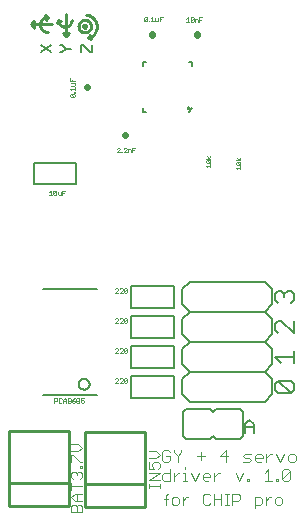
<source format=gto>
G75*
%MOIN*%
%OFA0B0*%
%FSLAX25Y25*%
%IPPOS*%
%LPD*%
%AMOC8*
5,1,8,0,0,1.08239X$1,22.5*
%
%ADD10C,0.01000*%
%ADD11C,0.00600*%
%ADD12C,0.00300*%
%ADD13C,0.02200*%
%ADD14C,0.00100*%
%ADD15C,0.00500*%
%ADD16C,0.00400*%
D10*
X0088558Y0066883D02*
X0088558Y0074383D01*
X0108558Y0074383D01*
X0108558Y0066883D01*
X0088558Y0066883D01*
X0088558Y0074383D02*
X0088558Y0091883D01*
X0108558Y0091883D01*
X0108558Y0074383D01*
X0114083Y0073933D02*
X0114083Y0066433D01*
X0134083Y0066433D01*
X0134083Y0073933D01*
X0114083Y0073933D01*
X0114083Y0091433D01*
X0134083Y0091433D01*
X0134083Y0073933D01*
X0116109Y0222370D02*
X0115609Y0223770D01*
X0115109Y0222870D01*
X0116109Y0222370D01*
X0115309Y0222871D02*
X0115425Y0222915D01*
X0115539Y0222963D01*
X0115652Y0223014D01*
X0115762Y0223069D01*
X0115872Y0223128D01*
X0115979Y0223190D01*
X0116084Y0223255D01*
X0116187Y0223324D01*
X0116288Y0223395D01*
X0116387Y0223470D01*
X0116483Y0223548D01*
X0116577Y0223629D01*
X0116668Y0223713D01*
X0116756Y0223800D01*
X0116842Y0223889D01*
X0116925Y0223981D01*
X0117005Y0224076D01*
X0117081Y0224173D01*
X0117155Y0224272D01*
X0117226Y0224374D01*
X0117293Y0224478D01*
X0117357Y0224584D01*
X0117418Y0224692D01*
X0117475Y0224802D01*
X0117529Y0224913D01*
X0117579Y0225026D01*
X0117626Y0225141D01*
X0117669Y0225257D01*
X0117708Y0225375D01*
X0117743Y0225493D01*
X0117775Y0225613D01*
X0117803Y0225734D01*
X0117828Y0225855D01*
X0117848Y0225977D01*
X0117865Y0226100D01*
X0117877Y0226223D01*
X0117886Y0226347D01*
X0117891Y0226470D01*
X0117892Y0226594D01*
X0117889Y0226718D01*
X0117882Y0226841D01*
X0117872Y0226965D01*
X0117857Y0227088D01*
X0117839Y0227210D01*
X0117816Y0227332D01*
X0117790Y0227453D01*
X0117760Y0227573D01*
X0117727Y0227692D01*
X0117689Y0227810D01*
X0117648Y0227927D01*
X0117603Y0228043D01*
X0117555Y0228157D01*
X0117503Y0228269D01*
X0117448Y0228380D01*
X0117389Y0228489D01*
X0117326Y0228596D01*
X0117261Y0228701D01*
X0117192Y0228804D01*
X0117120Y0228904D01*
X0117044Y0229003D01*
X0116966Y0229099D01*
X0116885Y0229192D01*
X0116801Y0229283D01*
X0116714Y0229371D01*
X0116624Y0229456D01*
X0116532Y0229539D01*
X0116437Y0229618D01*
X0116339Y0229695D01*
X0116239Y0229768D01*
X0116137Y0229838D01*
X0116033Y0229905D01*
X0115927Y0229969D01*
X0115819Y0230029D01*
X0115709Y0230086D01*
X0115597Y0230139D01*
X0115484Y0230189D01*
X0115369Y0230235D01*
X0115253Y0230277D01*
X0115135Y0230316D01*
X0115016Y0230351D01*
X0114896Y0230383D01*
X0114776Y0230410D01*
X0114654Y0230434D01*
X0114532Y0230454D01*
X0114409Y0230470D01*
X0111809Y0226670D02*
X0111811Y0226762D01*
X0111817Y0226853D01*
X0111827Y0226944D01*
X0111841Y0227035D01*
X0111859Y0227125D01*
X0111881Y0227214D01*
X0111906Y0227301D01*
X0111936Y0227388D01*
X0111969Y0227474D01*
X0112006Y0227557D01*
X0112046Y0227640D01*
X0112090Y0227720D01*
X0112138Y0227798D01*
X0112189Y0227875D01*
X0112243Y0227948D01*
X0112300Y0228020D01*
X0112361Y0228089D01*
X0112424Y0228155D01*
X0112490Y0228218D01*
X0112559Y0228279D01*
X0112631Y0228336D01*
X0112704Y0228390D01*
X0112781Y0228441D01*
X0112859Y0228489D01*
X0112939Y0228533D01*
X0113022Y0228573D01*
X0113105Y0228610D01*
X0113191Y0228643D01*
X0113278Y0228673D01*
X0113365Y0228698D01*
X0113454Y0228720D01*
X0113544Y0228738D01*
X0113635Y0228752D01*
X0113726Y0228762D01*
X0113817Y0228768D01*
X0113909Y0228770D01*
X0114001Y0228768D01*
X0114092Y0228762D01*
X0114183Y0228752D01*
X0114274Y0228738D01*
X0114364Y0228720D01*
X0114453Y0228698D01*
X0114540Y0228673D01*
X0114627Y0228643D01*
X0114713Y0228610D01*
X0114796Y0228573D01*
X0114879Y0228533D01*
X0114959Y0228489D01*
X0115037Y0228441D01*
X0115114Y0228390D01*
X0115187Y0228336D01*
X0115259Y0228279D01*
X0115328Y0228218D01*
X0115394Y0228155D01*
X0115457Y0228089D01*
X0115518Y0228020D01*
X0115575Y0227948D01*
X0115629Y0227875D01*
X0115680Y0227798D01*
X0115728Y0227720D01*
X0115772Y0227640D01*
X0115812Y0227557D01*
X0115849Y0227474D01*
X0115882Y0227388D01*
X0115912Y0227301D01*
X0115937Y0227214D01*
X0115959Y0227125D01*
X0115977Y0227035D01*
X0115991Y0226944D01*
X0116001Y0226853D01*
X0116007Y0226762D01*
X0116009Y0226670D01*
X0116007Y0226578D01*
X0116001Y0226487D01*
X0115991Y0226396D01*
X0115977Y0226305D01*
X0115959Y0226215D01*
X0115937Y0226126D01*
X0115912Y0226039D01*
X0115882Y0225952D01*
X0115849Y0225866D01*
X0115812Y0225783D01*
X0115772Y0225700D01*
X0115728Y0225620D01*
X0115680Y0225542D01*
X0115629Y0225465D01*
X0115575Y0225392D01*
X0115518Y0225320D01*
X0115457Y0225251D01*
X0115394Y0225185D01*
X0115328Y0225122D01*
X0115259Y0225061D01*
X0115187Y0225004D01*
X0115114Y0224950D01*
X0115037Y0224899D01*
X0114959Y0224851D01*
X0114879Y0224807D01*
X0114796Y0224767D01*
X0114713Y0224730D01*
X0114627Y0224697D01*
X0114540Y0224667D01*
X0114453Y0224642D01*
X0114364Y0224620D01*
X0114274Y0224602D01*
X0114183Y0224588D01*
X0114092Y0224578D01*
X0114001Y0224572D01*
X0113909Y0224570D01*
X0113817Y0224572D01*
X0113726Y0224578D01*
X0113635Y0224588D01*
X0113544Y0224602D01*
X0113454Y0224620D01*
X0113365Y0224642D01*
X0113278Y0224667D01*
X0113191Y0224697D01*
X0113105Y0224730D01*
X0113022Y0224767D01*
X0112939Y0224807D01*
X0112859Y0224851D01*
X0112781Y0224899D01*
X0112704Y0224950D01*
X0112631Y0225004D01*
X0112559Y0225061D01*
X0112490Y0225122D01*
X0112424Y0225185D01*
X0112361Y0225251D01*
X0112300Y0225320D01*
X0112243Y0225392D01*
X0112189Y0225465D01*
X0112138Y0225542D01*
X0112090Y0225620D01*
X0112046Y0225700D01*
X0112006Y0225783D01*
X0111969Y0225866D01*
X0111936Y0225952D01*
X0111906Y0226039D01*
X0111881Y0226126D01*
X0111859Y0226215D01*
X0111841Y0226305D01*
X0111827Y0226396D01*
X0111817Y0226487D01*
X0111811Y0226578D01*
X0111809Y0226670D01*
X0113409Y0226670D02*
X0113411Y0226714D01*
X0113417Y0226758D01*
X0113427Y0226801D01*
X0113440Y0226843D01*
X0113457Y0226884D01*
X0113478Y0226923D01*
X0113502Y0226960D01*
X0113529Y0226995D01*
X0113559Y0227027D01*
X0113592Y0227057D01*
X0113628Y0227083D01*
X0113665Y0227107D01*
X0113705Y0227126D01*
X0113746Y0227143D01*
X0113789Y0227155D01*
X0113832Y0227164D01*
X0113876Y0227169D01*
X0113920Y0227170D01*
X0113964Y0227167D01*
X0114008Y0227160D01*
X0114051Y0227149D01*
X0114093Y0227135D01*
X0114133Y0227117D01*
X0114172Y0227095D01*
X0114208Y0227071D01*
X0114242Y0227043D01*
X0114274Y0227012D01*
X0114303Y0226978D01*
X0114329Y0226942D01*
X0114351Y0226904D01*
X0114370Y0226864D01*
X0114385Y0226822D01*
X0114397Y0226780D01*
X0114405Y0226736D01*
X0114409Y0226692D01*
X0114409Y0226648D01*
X0114405Y0226604D01*
X0114397Y0226560D01*
X0114385Y0226518D01*
X0114370Y0226476D01*
X0114351Y0226436D01*
X0114329Y0226398D01*
X0114303Y0226362D01*
X0114274Y0226328D01*
X0114242Y0226297D01*
X0114208Y0226269D01*
X0114172Y0226245D01*
X0114133Y0226223D01*
X0114093Y0226205D01*
X0114051Y0226191D01*
X0114008Y0226180D01*
X0113964Y0226173D01*
X0113920Y0226170D01*
X0113876Y0226171D01*
X0113832Y0226176D01*
X0113789Y0226185D01*
X0113746Y0226197D01*
X0113705Y0226214D01*
X0113665Y0226233D01*
X0113628Y0226257D01*
X0113592Y0226283D01*
X0113559Y0226313D01*
X0113529Y0226345D01*
X0113502Y0226380D01*
X0113478Y0226417D01*
X0113457Y0226456D01*
X0113440Y0226497D01*
X0113427Y0226539D01*
X0113417Y0226582D01*
X0113411Y0226626D01*
X0113409Y0226670D01*
X0108509Y0224270D02*
X0106509Y0224270D01*
X0107509Y0223270D01*
X0108509Y0224270D01*
X0107509Y0223270D02*
X0107509Y0230770D01*
X0109509Y0228770D02*
X0109507Y0228677D01*
X0109501Y0228584D01*
X0109492Y0228492D01*
X0109478Y0228400D01*
X0109461Y0228308D01*
X0109440Y0228218D01*
X0109415Y0228128D01*
X0109387Y0228039D01*
X0109355Y0227952D01*
X0109319Y0227866D01*
X0109280Y0227782D01*
X0109238Y0227699D01*
X0109192Y0227618D01*
X0109143Y0227539D01*
X0109090Y0227463D01*
X0109035Y0227388D01*
X0108976Y0227316D01*
X0108914Y0227246D01*
X0108850Y0227179D01*
X0108783Y0227115D01*
X0108713Y0227053D01*
X0108641Y0226994D01*
X0108566Y0226939D01*
X0108490Y0226886D01*
X0108411Y0226837D01*
X0108330Y0226791D01*
X0108247Y0226749D01*
X0108163Y0226710D01*
X0108077Y0226674D01*
X0107990Y0226642D01*
X0107901Y0226614D01*
X0107811Y0226589D01*
X0107721Y0226568D01*
X0107629Y0226551D01*
X0107537Y0226537D01*
X0107445Y0226528D01*
X0107352Y0226522D01*
X0107259Y0226520D01*
X0107166Y0226522D01*
X0107073Y0226528D01*
X0106981Y0226537D01*
X0106889Y0226551D01*
X0106797Y0226568D01*
X0106707Y0226589D01*
X0106617Y0226614D01*
X0106528Y0226642D01*
X0106441Y0226674D01*
X0106355Y0226710D01*
X0106271Y0226749D01*
X0106188Y0226791D01*
X0106107Y0226837D01*
X0106028Y0226886D01*
X0105952Y0226939D01*
X0105877Y0226994D01*
X0105805Y0227053D01*
X0105735Y0227115D01*
X0105668Y0227179D01*
X0105604Y0227246D01*
X0105542Y0227316D01*
X0105483Y0227388D01*
X0105428Y0227463D01*
X0105375Y0227539D01*
X0105326Y0227618D01*
X0105280Y0227699D01*
X0105238Y0227782D01*
X0105199Y0227866D01*
X0105163Y0227952D01*
X0105131Y0228039D01*
X0105103Y0228128D01*
X0105078Y0228218D01*
X0105057Y0228308D01*
X0105040Y0228400D01*
X0105026Y0228492D01*
X0105017Y0228584D01*
X0105011Y0228677D01*
X0105009Y0228770D01*
X0106009Y0228270D01*
X0104509Y0227770D01*
X0105009Y0228770D01*
X0103009Y0227270D02*
X0096009Y0227270D01*
X0097009Y0228270D01*
X0097109Y0228370D02*
X0097109Y0226170D01*
X0097009Y0226270D02*
X0096009Y0227270D01*
X0101009Y0228870D02*
X0100509Y0230270D01*
X0101509Y0229770D01*
X0101009Y0228870D01*
X0101509Y0229770D02*
X0101411Y0229768D01*
X0101313Y0229762D01*
X0101215Y0229753D01*
X0101118Y0229739D01*
X0101021Y0229722D01*
X0100925Y0229701D01*
X0100830Y0229676D01*
X0100736Y0229648D01*
X0100644Y0229615D01*
X0100552Y0229580D01*
X0100462Y0229540D01*
X0100374Y0229498D01*
X0100287Y0229451D01*
X0100203Y0229402D01*
X0100120Y0229349D01*
X0100040Y0229293D01*
X0099961Y0229233D01*
X0099885Y0229171D01*
X0099812Y0229106D01*
X0099741Y0229038D01*
X0099673Y0228967D01*
X0099608Y0228894D01*
X0099546Y0228818D01*
X0099486Y0228739D01*
X0099430Y0228659D01*
X0099377Y0228576D01*
X0099328Y0228492D01*
X0099281Y0228405D01*
X0099239Y0228317D01*
X0099199Y0228227D01*
X0099164Y0228135D01*
X0099131Y0228043D01*
X0099103Y0227949D01*
X0099078Y0227854D01*
X0099057Y0227758D01*
X0099040Y0227661D01*
X0099026Y0227564D01*
X0099017Y0227466D01*
X0099011Y0227368D01*
X0099009Y0227270D01*
X0099011Y0227172D01*
X0099017Y0227074D01*
X0099026Y0226976D01*
X0099040Y0226879D01*
X0099057Y0226782D01*
X0099078Y0226686D01*
X0099103Y0226591D01*
X0099131Y0226497D01*
X0099164Y0226405D01*
X0099199Y0226313D01*
X0099239Y0226223D01*
X0099281Y0226135D01*
X0099328Y0226048D01*
X0099377Y0225964D01*
X0099430Y0225881D01*
X0099486Y0225801D01*
X0099546Y0225722D01*
X0099608Y0225646D01*
X0099673Y0225573D01*
X0099741Y0225502D01*
X0099812Y0225434D01*
X0099885Y0225369D01*
X0099961Y0225307D01*
X0100040Y0225247D01*
X0100120Y0225191D01*
X0100203Y0225138D01*
X0100287Y0225089D01*
X0100374Y0225042D01*
X0100462Y0225000D01*
X0100552Y0224960D01*
X0100644Y0224925D01*
X0100736Y0224892D01*
X0100830Y0224864D01*
X0100925Y0224839D01*
X0101021Y0224818D01*
X0101118Y0224801D01*
X0101215Y0224787D01*
X0101313Y0224778D01*
X0101411Y0224772D01*
X0101509Y0224770D01*
D11*
X0102709Y0220339D02*
X0099306Y0218070D01*
X0099306Y0220339D02*
X0102709Y0218070D01*
X0105806Y0218070D02*
X0106373Y0218070D01*
X0107508Y0219205D01*
X0109209Y0219205D01*
X0107508Y0219205D02*
X0106373Y0220339D01*
X0105806Y0220339D01*
X0112806Y0220339D02*
X0112806Y0218070D01*
X0112806Y0220339D02*
X0113373Y0220339D01*
X0115642Y0218070D01*
X0116209Y0218070D01*
X0116209Y0220339D01*
X0148933Y0141433D02*
X0173933Y0141433D01*
X0176433Y0138933D01*
X0176433Y0133933D01*
X0173933Y0131433D01*
X0148933Y0131433D01*
X0146433Y0128933D01*
X0146433Y0123933D01*
X0148933Y0121433D01*
X0173933Y0121433D01*
X0176433Y0118933D01*
X0176433Y0113933D01*
X0173933Y0111433D01*
X0148933Y0111433D01*
X0146433Y0108933D01*
X0146433Y0103933D01*
X0148933Y0101433D01*
X0173933Y0101433D01*
X0176433Y0103933D01*
X0176433Y0108933D01*
X0173933Y0111433D01*
X0177228Y0107436D02*
X0178295Y0108503D01*
X0182566Y0104233D01*
X0183633Y0105301D01*
X0183633Y0107436D01*
X0182566Y0108503D01*
X0178295Y0108503D01*
X0177228Y0107436D02*
X0177228Y0105301D01*
X0178295Y0104233D01*
X0182566Y0104233D01*
X0183633Y0114233D02*
X0183633Y0118503D01*
X0183633Y0116368D02*
X0177228Y0116368D01*
X0179363Y0114233D01*
X0173933Y0121433D02*
X0176433Y0123933D01*
X0176433Y0128933D01*
X0173933Y0131433D01*
X0177228Y0135301D02*
X0177228Y0137436D01*
X0178295Y0138503D01*
X0179363Y0138503D01*
X0180430Y0137436D01*
X0181498Y0138503D01*
X0182566Y0138503D01*
X0183633Y0137436D01*
X0183633Y0135301D01*
X0182566Y0134233D01*
X0180430Y0136368D02*
X0180430Y0137436D01*
X0177228Y0135301D02*
X0178295Y0134233D01*
X0178295Y0128503D02*
X0177228Y0127436D01*
X0177228Y0125301D01*
X0178295Y0124233D01*
X0178295Y0128503D02*
X0179363Y0128503D01*
X0183633Y0124233D01*
X0183633Y0128503D01*
X0165515Y0099228D02*
X0166515Y0098228D01*
X0166515Y0090228D01*
X0165515Y0089228D01*
X0157515Y0089228D01*
X0156515Y0090228D01*
X0155515Y0089228D01*
X0147515Y0089228D01*
X0146515Y0090228D01*
X0146515Y0098228D01*
X0147515Y0099228D01*
X0155515Y0099228D01*
X0156515Y0098228D01*
X0157515Y0099228D01*
X0165515Y0099228D01*
X0148933Y0111433D02*
X0146433Y0113933D01*
X0146433Y0118933D01*
X0148933Y0121433D01*
X0148933Y0131433D02*
X0146433Y0133933D01*
X0146433Y0138933D01*
X0148933Y0141433D01*
X0117920Y0139010D02*
X0099946Y0139010D01*
X0111933Y0107356D02*
X0111935Y0107440D01*
X0111941Y0107525D01*
X0111951Y0107608D01*
X0111965Y0107692D01*
X0111982Y0107774D01*
X0112004Y0107856D01*
X0112029Y0107936D01*
X0112058Y0108015D01*
X0112091Y0108093D01*
X0112127Y0108169D01*
X0112167Y0108244D01*
X0112211Y0108316D01*
X0112257Y0108387D01*
X0112307Y0108455D01*
X0112360Y0108520D01*
X0112416Y0108583D01*
X0112475Y0108644D01*
X0112537Y0108701D01*
X0112601Y0108756D01*
X0112668Y0108807D01*
X0112737Y0108856D01*
X0112809Y0108901D01*
X0112882Y0108942D01*
X0112957Y0108980D01*
X0113034Y0109015D01*
X0113113Y0109046D01*
X0113193Y0109073D01*
X0113274Y0109096D01*
X0113356Y0109116D01*
X0113439Y0109132D01*
X0113522Y0109144D01*
X0113607Y0109152D01*
X0113691Y0109156D01*
X0113775Y0109156D01*
X0113859Y0109152D01*
X0113944Y0109144D01*
X0114027Y0109132D01*
X0114110Y0109116D01*
X0114192Y0109096D01*
X0114273Y0109073D01*
X0114353Y0109046D01*
X0114432Y0109015D01*
X0114509Y0108980D01*
X0114584Y0108942D01*
X0114657Y0108901D01*
X0114729Y0108856D01*
X0114798Y0108807D01*
X0114865Y0108756D01*
X0114929Y0108701D01*
X0114991Y0108644D01*
X0115050Y0108583D01*
X0115106Y0108520D01*
X0115159Y0108455D01*
X0115209Y0108387D01*
X0115255Y0108316D01*
X0115299Y0108244D01*
X0115339Y0108169D01*
X0115375Y0108093D01*
X0115408Y0108015D01*
X0115437Y0107936D01*
X0115462Y0107856D01*
X0115484Y0107774D01*
X0115501Y0107692D01*
X0115515Y0107608D01*
X0115525Y0107525D01*
X0115531Y0107440D01*
X0115533Y0107356D01*
X0115531Y0107272D01*
X0115525Y0107187D01*
X0115515Y0107104D01*
X0115501Y0107020D01*
X0115484Y0106938D01*
X0115462Y0106856D01*
X0115437Y0106776D01*
X0115408Y0106697D01*
X0115375Y0106619D01*
X0115339Y0106543D01*
X0115299Y0106468D01*
X0115255Y0106396D01*
X0115209Y0106325D01*
X0115159Y0106257D01*
X0115106Y0106192D01*
X0115050Y0106129D01*
X0114991Y0106068D01*
X0114929Y0106011D01*
X0114865Y0105956D01*
X0114798Y0105905D01*
X0114729Y0105856D01*
X0114657Y0105811D01*
X0114584Y0105770D01*
X0114509Y0105732D01*
X0114432Y0105697D01*
X0114353Y0105666D01*
X0114273Y0105639D01*
X0114192Y0105616D01*
X0114110Y0105596D01*
X0114027Y0105580D01*
X0113944Y0105568D01*
X0113859Y0105560D01*
X0113775Y0105556D01*
X0113691Y0105556D01*
X0113607Y0105560D01*
X0113522Y0105568D01*
X0113439Y0105580D01*
X0113356Y0105596D01*
X0113274Y0105616D01*
X0113193Y0105639D01*
X0113113Y0105666D01*
X0113034Y0105697D01*
X0112957Y0105732D01*
X0112882Y0105770D01*
X0112809Y0105811D01*
X0112737Y0105856D01*
X0112668Y0105905D01*
X0112601Y0105956D01*
X0112537Y0106011D01*
X0112475Y0106068D01*
X0112416Y0106129D01*
X0112360Y0106192D01*
X0112307Y0106257D01*
X0112257Y0106325D01*
X0112211Y0106396D01*
X0112167Y0106468D01*
X0112127Y0106543D01*
X0112091Y0106619D01*
X0112058Y0106697D01*
X0112029Y0106776D01*
X0112004Y0106856D01*
X0111982Y0106938D01*
X0111965Y0107020D01*
X0111951Y0107104D01*
X0111941Y0107187D01*
X0111935Y0107272D01*
X0111933Y0107356D01*
X0117920Y0103856D02*
X0099946Y0103856D01*
D12*
X0139658Y0084661D02*
X0139658Y0082059D01*
X0140309Y0081408D01*
X0141610Y0081408D01*
X0142260Y0082059D01*
X0142260Y0083360D01*
X0140959Y0083360D01*
X0139658Y0084661D02*
X0140309Y0085311D01*
X0141610Y0085311D01*
X0142260Y0084661D01*
X0143525Y0084661D02*
X0144826Y0083360D01*
X0144826Y0081408D01*
X0144826Y0083360D02*
X0146128Y0084661D01*
X0146128Y0085311D01*
X0143525Y0085311D02*
X0143525Y0084661D01*
X0142260Y0079011D02*
X0142260Y0075108D01*
X0140309Y0075108D01*
X0139658Y0075759D01*
X0139658Y0077060D01*
X0140309Y0077710D01*
X0142260Y0077710D01*
X0143525Y0077710D02*
X0143525Y0075108D01*
X0143525Y0076409D02*
X0144826Y0077710D01*
X0145477Y0077710D01*
X0146748Y0077710D02*
X0147399Y0077710D01*
X0147399Y0075108D01*
X0148049Y0075108D02*
X0146748Y0075108D01*
X0149326Y0077710D02*
X0150627Y0075108D01*
X0151929Y0077710D01*
X0153194Y0077060D02*
X0153844Y0077710D01*
X0155145Y0077710D01*
X0155796Y0077060D01*
X0155796Y0076409D01*
X0153194Y0076409D01*
X0153194Y0075759D02*
X0153194Y0077060D01*
X0153194Y0075759D02*
X0153844Y0075108D01*
X0155145Y0075108D01*
X0157061Y0075108D02*
X0157061Y0077710D01*
X0157061Y0076409D02*
X0158362Y0077710D01*
X0159013Y0077710D01*
X0160946Y0081408D02*
X0160946Y0085311D01*
X0158995Y0083360D01*
X0161597Y0083360D01*
X0164151Y0077710D02*
X0165452Y0075108D01*
X0166753Y0077710D01*
X0168018Y0075759D02*
X0168669Y0075759D01*
X0168669Y0075108D01*
X0168018Y0075108D01*
X0168018Y0075759D01*
X0168681Y0081408D02*
X0166729Y0081408D01*
X0167380Y0082709D02*
X0166729Y0083360D01*
X0167380Y0084010D01*
X0169331Y0084010D01*
X0170596Y0083360D02*
X0170596Y0082059D01*
X0171247Y0081408D01*
X0172548Y0081408D01*
X0173199Y0082709D02*
X0170596Y0082709D01*
X0170596Y0083360D02*
X0171247Y0084010D01*
X0172548Y0084010D01*
X0173199Y0083360D01*
X0173199Y0082709D01*
X0174464Y0082709D02*
X0175765Y0084010D01*
X0176415Y0084010D01*
X0177687Y0084010D02*
X0178988Y0081408D01*
X0180289Y0084010D01*
X0181554Y0083360D02*
X0181554Y0082059D01*
X0182204Y0081408D01*
X0183505Y0081408D01*
X0184156Y0082059D01*
X0184156Y0083360D01*
X0183505Y0084010D01*
X0182204Y0084010D01*
X0181554Y0083360D01*
X0181572Y0079011D02*
X0180271Y0079011D01*
X0179620Y0078361D01*
X0179620Y0075759D01*
X0182222Y0078361D01*
X0182222Y0075759D01*
X0181572Y0075108D01*
X0180271Y0075108D01*
X0179620Y0075759D01*
X0178337Y0075759D02*
X0178337Y0075108D01*
X0177687Y0075108D01*
X0177687Y0075759D01*
X0178337Y0075759D01*
X0176421Y0075108D02*
X0173819Y0075108D01*
X0175120Y0075108D02*
X0175120Y0079011D01*
X0173819Y0077710D01*
X0174464Y0081408D02*
X0174464Y0084010D01*
X0169331Y0082059D02*
X0168681Y0082709D01*
X0167380Y0082709D01*
X0168681Y0081408D02*
X0169331Y0082059D01*
X0164972Y0070886D02*
X0163121Y0070886D01*
X0163121Y0067183D01*
X0161900Y0067183D02*
X0160665Y0067183D01*
X0161283Y0067183D02*
X0161283Y0070886D01*
X0161900Y0070886D02*
X0160665Y0070886D01*
X0159451Y0070886D02*
X0159451Y0067183D01*
X0159451Y0069035D02*
X0156982Y0069035D01*
X0155768Y0070269D02*
X0155151Y0070886D01*
X0153916Y0070886D01*
X0153299Y0070269D01*
X0153299Y0067800D01*
X0153916Y0067183D01*
X0155151Y0067183D01*
X0155768Y0067800D01*
X0156982Y0067183D02*
X0156982Y0070886D01*
X0163121Y0068417D02*
X0164972Y0068417D01*
X0165590Y0069035D01*
X0165590Y0070269D01*
X0164972Y0070886D01*
X0170487Y0069652D02*
X0170487Y0065949D01*
X0170487Y0067183D02*
X0172339Y0067183D01*
X0172956Y0067800D01*
X0172956Y0069035D01*
X0172339Y0069652D01*
X0170487Y0069652D01*
X0174170Y0069652D02*
X0174170Y0067183D01*
X0174170Y0068417D02*
X0175405Y0069652D01*
X0176022Y0069652D01*
X0177239Y0069035D02*
X0177239Y0067800D01*
X0177857Y0067183D01*
X0179091Y0067183D01*
X0179708Y0067800D01*
X0179708Y0069035D01*
X0179091Y0069652D01*
X0177857Y0069652D01*
X0177239Y0069035D01*
X0182222Y0078361D02*
X0181572Y0079011D01*
X0153862Y0083360D02*
X0151260Y0083360D01*
X0152561Y0084661D02*
X0152561Y0082059D01*
X0147399Y0079662D02*
X0147399Y0079011D01*
X0141642Y0070886D02*
X0141025Y0070269D01*
X0141025Y0067183D01*
X0142863Y0067800D02*
X0143481Y0067183D01*
X0144715Y0067183D01*
X0145332Y0067800D01*
X0145332Y0069035D01*
X0144715Y0069652D01*
X0143481Y0069652D01*
X0142863Y0069035D01*
X0142863Y0067800D01*
X0141642Y0069035D02*
X0140408Y0069035D01*
X0146547Y0069652D02*
X0146547Y0067183D01*
X0146547Y0068417D02*
X0147781Y0069652D01*
X0148398Y0069652D01*
D13*
X0127233Y0190263D02*
X0127233Y0190503D01*
X0114803Y0206283D02*
X0114563Y0206283D01*
X0136433Y0223813D02*
X0136433Y0224053D01*
X0151433Y0224053D02*
X0151433Y0223813D01*
D14*
X0151662Y0228133D02*
X0151662Y0228884D01*
X0151412Y0229134D01*
X0150662Y0229134D01*
X0150662Y0228133D01*
X0150189Y0228383D02*
X0149939Y0228133D01*
X0149438Y0228133D01*
X0149188Y0228383D01*
X0150189Y0229384D01*
X0150189Y0228383D01*
X0149188Y0228383D02*
X0149188Y0229384D01*
X0149438Y0229634D01*
X0149939Y0229634D01*
X0150189Y0229384D01*
X0148716Y0228133D02*
X0147715Y0228133D01*
X0148215Y0228133D02*
X0148215Y0229634D01*
X0147715Y0229134D01*
X0152135Y0228884D02*
X0152635Y0228884D01*
X0152135Y0229634D02*
X0153136Y0229634D01*
X0152135Y0229634D02*
X0152135Y0228133D01*
X0139890Y0229734D02*
X0138889Y0229734D01*
X0138889Y0228233D01*
X0138417Y0228233D02*
X0138417Y0229234D01*
X0138889Y0228984D02*
X0139390Y0228984D01*
X0138417Y0228233D02*
X0137666Y0228233D01*
X0137416Y0228483D01*
X0137416Y0229234D01*
X0136443Y0229734D02*
X0136443Y0228233D01*
X0135943Y0228233D02*
X0136944Y0228233D01*
X0135943Y0229234D02*
X0136443Y0229734D01*
X0135457Y0228483D02*
X0135457Y0228233D01*
X0135206Y0228233D01*
X0135206Y0228483D01*
X0135457Y0228483D01*
X0134734Y0228483D02*
X0134484Y0228233D01*
X0133983Y0228233D01*
X0133733Y0228483D01*
X0134734Y0229484D01*
X0134734Y0228483D01*
X0133733Y0228483D02*
X0133733Y0229484D01*
X0133983Y0229734D01*
X0134484Y0229734D01*
X0134734Y0229484D01*
X0110483Y0208235D02*
X0108982Y0208235D01*
X0108982Y0209236D01*
X0109732Y0208735D02*
X0109732Y0208235D01*
X0109482Y0207762D02*
X0110483Y0207762D01*
X0110483Y0207012D01*
X0110233Y0206762D01*
X0109482Y0206762D01*
X0108982Y0205789D02*
X0110483Y0205789D01*
X0110483Y0206289D02*
X0110483Y0205288D01*
X0110483Y0204802D02*
X0110483Y0204552D01*
X0110233Y0204552D01*
X0110233Y0204802D01*
X0110483Y0204802D01*
X0110233Y0204079D02*
X0110483Y0203829D01*
X0110483Y0203329D01*
X0110233Y0203078D01*
X0109232Y0204079D01*
X0110233Y0204079D01*
X0110233Y0203078D02*
X0109232Y0203078D01*
X0108982Y0203329D01*
X0108982Y0203829D01*
X0109232Y0204079D01*
X0109482Y0205288D02*
X0108982Y0205789D01*
X0124904Y0186084D02*
X0124653Y0185834D01*
X0124904Y0186084D02*
X0125404Y0186084D01*
X0125654Y0185834D01*
X0125654Y0185584D01*
X0124653Y0184583D01*
X0125654Y0184583D01*
X0126127Y0184583D02*
X0126377Y0184583D01*
X0126377Y0184833D01*
X0126127Y0184833D01*
X0126127Y0184583D01*
X0126863Y0184583D02*
X0127864Y0185584D01*
X0127864Y0185834D01*
X0127614Y0186084D01*
X0127113Y0186084D01*
X0126863Y0185834D01*
X0126863Y0184583D02*
X0127864Y0184583D01*
X0128337Y0184583D02*
X0128337Y0185584D01*
X0129087Y0185584D01*
X0129337Y0185334D01*
X0129337Y0184583D01*
X0129810Y0184583D02*
X0129810Y0186084D01*
X0130811Y0186084D01*
X0130310Y0185334D02*
X0129810Y0185334D01*
X0107404Y0171859D02*
X0106403Y0171859D01*
X0106403Y0170358D01*
X0105930Y0170358D02*
X0105930Y0171359D01*
X0106403Y0171109D02*
X0106903Y0171109D01*
X0105930Y0170358D02*
X0105180Y0170358D01*
X0104930Y0170608D01*
X0104930Y0171359D01*
X0104457Y0171609D02*
X0103456Y0170608D01*
X0103707Y0170358D01*
X0104207Y0170358D01*
X0104457Y0170608D01*
X0104457Y0171609D01*
X0104207Y0171859D01*
X0103707Y0171859D01*
X0103456Y0171609D01*
X0103456Y0170608D01*
X0102984Y0170358D02*
X0101983Y0170358D01*
X0102483Y0170358D02*
X0102483Y0171859D01*
X0101983Y0171359D01*
X0124314Y0139384D02*
X0124063Y0139134D01*
X0124314Y0139384D02*
X0124814Y0139384D01*
X0125064Y0139134D01*
X0125064Y0138884D01*
X0124063Y0137883D01*
X0125064Y0137883D01*
X0125537Y0137883D02*
X0126537Y0138884D01*
X0126537Y0139134D01*
X0126287Y0139384D01*
X0125787Y0139384D01*
X0125537Y0139134D01*
X0125537Y0137883D02*
X0126537Y0137883D01*
X0127010Y0138133D02*
X0128011Y0139134D01*
X0128011Y0138133D01*
X0127760Y0137883D01*
X0127260Y0137883D01*
X0127010Y0138133D01*
X0127010Y0139134D01*
X0127260Y0139384D01*
X0127760Y0139384D01*
X0128011Y0139134D01*
X0127760Y0129384D02*
X0128011Y0129134D01*
X0127010Y0128133D01*
X0127260Y0127883D01*
X0127760Y0127883D01*
X0128011Y0128133D01*
X0128011Y0129134D01*
X0127760Y0129384D02*
X0127260Y0129384D01*
X0127010Y0129134D01*
X0127010Y0128133D01*
X0126537Y0127883D02*
X0125537Y0127883D01*
X0126537Y0128884D01*
X0126537Y0129134D01*
X0126287Y0129384D01*
X0125787Y0129384D01*
X0125537Y0129134D01*
X0125064Y0129134D02*
X0124814Y0129384D01*
X0124314Y0129384D01*
X0124063Y0129134D01*
X0125064Y0129134D02*
X0125064Y0128884D01*
X0124063Y0127883D01*
X0125064Y0127883D01*
X0124814Y0119384D02*
X0124314Y0119384D01*
X0124063Y0119134D01*
X0124814Y0119384D02*
X0125064Y0119134D01*
X0125064Y0118884D01*
X0124063Y0117883D01*
X0125064Y0117883D01*
X0125537Y0117883D02*
X0126537Y0118884D01*
X0126537Y0119134D01*
X0126287Y0119384D01*
X0125787Y0119384D01*
X0125537Y0119134D01*
X0125537Y0117883D02*
X0126537Y0117883D01*
X0127010Y0118133D02*
X0128011Y0119134D01*
X0128011Y0118133D01*
X0127760Y0117883D01*
X0127260Y0117883D01*
X0127010Y0118133D01*
X0127010Y0119134D01*
X0127260Y0119384D01*
X0127760Y0119384D01*
X0128011Y0119134D01*
X0127760Y0109384D02*
X0128011Y0109134D01*
X0127010Y0108133D01*
X0127260Y0107883D01*
X0127760Y0107883D01*
X0128011Y0108133D01*
X0128011Y0109134D01*
X0127760Y0109384D02*
X0127260Y0109384D01*
X0127010Y0109134D01*
X0127010Y0108133D01*
X0126537Y0107883D02*
X0125537Y0107883D01*
X0126537Y0108884D01*
X0126537Y0109134D01*
X0126287Y0109384D01*
X0125787Y0109384D01*
X0125537Y0109134D01*
X0125064Y0109134D02*
X0124814Y0109384D01*
X0124314Y0109384D01*
X0124063Y0109134D01*
X0125064Y0109134D02*
X0125064Y0108884D01*
X0124063Y0107883D01*
X0125064Y0107883D01*
X0113586Y0102612D02*
X0112585Y0102612D01*
X0112585Y0101861D01*
X0113085Y0102111D01*
X0113335Y0102111D01*
X0113586Y0101861D01*
X0113586Y0101360D01*
X0113335Y0101110D01*
X0112835Y0101110D01*
X0112585Y0101360D01*
X0112112Y0101360D02*
X0111862Y0101110D01*
X0111362Y0101110D01*
X0111112Y0101360D01*
X0111112Y0101611D01*
X0111362Y0101861D01*
X0111862Y0101861D01*
X0112112Y0101611D01*
X0112112Y0101360D01*
X0111862Y0101861D02*
X0112112Y0102111D01*
X0112112Y0102361D01*
X0111862Y0102612D01*
X0111362Y0102612D01*
X0111112Y0102361D01*
X0111112Y0102111D01*
X0111362Y0101861D01*
X0110639Y0101611D02*
X0110389Y0101861D01*
X0109638Y0101861D01*
X0109638Y0101360D01*
X0109888Y0101110D01*
X0110389Y0101110D01*
X0110639Y0101360D01*
X0110639Y0101611D01*
X0110139Y0102361D02*
X0109638Y0101861D01*
X0109166Y0101861D02*
X0108415Y0101861D01*
X0108165Y0102111D01*
X0108165Y0102361D01*
X0108415Y0102612D01*
X0108916Y0102612D01*
X0109166Y0102361D01*
X0109166Y0101360D01*
X0108916Y0101110D01*
X0108415Y0101110D01*
X0108165Y0101360D01*
X0107693Y0101110D02*
X0107693Y0102111D01*
X0107192Y0102612D01*
X0106692Y0102111D01*
X0106692Y0101110D01*
X0106219Y0101360D02*
X0105969Y0101110D01*
X0105469Y0101110D01*
X0105219Y0101360D01*
X0105219Y0102361D01*
X0105469Y0102612D01*
X0105969Y0102612D01*
X0106219Y0102361D01*
X0106692Y0101861D02*
X0107693Y0101861D01*
X0110139Y0102361D02*
X0110639Y0102612D01*
X0104746Y0102361D02*
X0104746Y0101861D01*
X0104496Y0101611D01*
X0103745Y0101611D01*
X0103745Y0101110D02*
X0103745Y0102612D01*
X0104496Y0102612D01*
X0104746Y0102361D01*
X0154757Y0179608D02*
X0154257Y0180108D01*
X0155758Y0180108D01*
X0155758Y0179608D02*
X0155758Y0180609D01*
X0155508Y0181081D02*
X0154507Y0182082D01*
X0155508Y0182082D01*
X0155758Y0181832D01*
X0155758Y0181332D01*
X0155508Y0181081D01*
X0154507Y0181081D01*
X0154257Y0181332D01*
X0154257Y0181832D01*
X0154507Y0182082D01*
X0154257Y0182555D02*
X0155758Y0182555D01*
X0155258Y0182555D02*
X0155758Y0183305D01*
X0155258Y0182555D02*
X0154757Y0183305D01*
X0164257Y0181930D02*
X0165758Y0181930D01*
X0165258Y0181930D02*
X0164757Y0182680D01*
X0165258Y0181930D02*
X0165758Y0182680D01*
X0165508Y0181457D02*
X0165758Y0181207D01*
X0165758Y0180707D01*
X0165508Y0180456D01*
X0164507Y0181457D01*
X0165508Y0181457D01*
X0165508Y0180456D02*
X0164507Y0180456D01*
X0164257Y0180707D01*
X0164257Y0181207D01*
X0164507Y0181457D01*
X0165758Y0179984D02*
X0165758Y0178983D01*
X0165758Y0179483D02*
X0164257Y0179483D01*
X0164757Y0178983D01*
D15*
X0148520Y0198165D02*
X0149701Y0199346D01*
X0148192Y0199425D02*
X0148194Y0199456D01*
X0148200Y0199487D01*
X0148209Y0199517D01*
X0148223Y0199545D01*
X0148240Y0199571D01*
X0148259Y0199595D01*
X0148282Y0199617D01*
X0148308Y0199635D01*
X0148335Y0199650D01*
X0148364Y0199662D01*
X0148394Y0199670D01*
X0148425Y0199674D01*
X0148457Y0199674D01*
X0148488Y0199670D01*
X0148518Y0199662D01*
X0148547Y0199650D01*
X0148574Y0199635D01*
X0148600Y0199617D01*
X0148623Y0199595D01*
X0148642Y0199571D01*
X0148659Y0199545D01*
X0148673Y0199517D01*
X0148682Y0199487D01*
X0148688Y0199456D01*
X0148690Y0199425D01*
X0148688Y0199394D01*
X0148682Y0199363D01*
X0148673Y0199333D01*
X0148659Y0199305D01*
X0148642Y0199279D01*
X0148623Y0199255D01*
X0148600Y0199233D01*
X0148574Y0199215D01*
X0148547Y0199200D01*
X0148518Y0199188D01*
X0148488Y0199180D01*
X0148457Y0199176D01*
X0148425Y0199176D01*
X0148394Y0199180D01*
X0148364Y0199188D01*
X0148335Y0199200D01*
X0148308Y0199215D01*
X0148282Y0199233D01*
X0148259Y0199255D01*
X0148240Y0199279D01*
X0148223Y0199305D01*
X0148209Y0199333D01*
X0148200Y0199363D01*
X0148194Y0199394D01*
X0148192Y0199425D01*
X0149701Y0213520D02*
X0149701Y0214701D01*
X0148520Y0214701D01*
X0134346Y0214701D02*
X0133165Y0214701D01*
X0133165Y0213520D01*
X0133165Y0199346D02*
X0133165Y0198165D01*
X0134346Y0198165D01*
X0111020Y0181226D02*
X0111020Y0174140D01*
X0096846Y0174140D01*
X0096846Y0181226D01*
X0111020Y0181226D01*
X0129346Y0139976D02*
X0143520Y0139976D01*
X0143520Y0132890D01*
X0129346Y0132890D01*
X0129346Y0139976D01*
X0129346Y0129976D02*
X0143520Y0129976D01*
X0143520Y0122890D01*
X0129346Y0122890D01*
X0129346Y0129976D01*
X0129346Y0119976D02*
X0143520Y0119976D01*
X0143520Y0112890D01*
X0129346Y0112890D01*
X0129346Y0119976D01*
X0129346Y0109976D02*
X0143520Y0109976D01*
X0143520Y0102890D01*
X0129346Y0102890D01*
X0129346Y0109976D01*
X0167161Y0093981D02*
X0167161Y0090978D01*
X0167161Y0093230D02*
X0170164Y0093230D01*
X0170164Y0093981D02*
X0170164Y0090978D01*
X0170164Y0093981D02*
X0168662Y0095482D01*
X0167161Y0093981D01*
D16*
X0138858Y0083856D02*
X0137657Y0082655D01*
X0135255Y0082655D01*
X0135255Y0081374D02*
X0135255Y0078972D01*
X0137057Y0078972D01*
X0136456Y0080173D01*
X0136456Y0080773D01*
X0137057Y0081374D01*
X0138258Y0081374D01*
X0138858Y0080773D01*
X0138858Y0079572D01*
X0138258Y0078972D01*
X0138858Y0077691D02*
X0135255Y0077691D01*
X0135255Y0075288D02*
X0138858Y0077691D01*
X0138858Y0075288D02*
X0135255Y0075288D01*
X0135255Y0074034D02*
X0135255Y0072833D01*
X0135255Y0073434D02*
X0138858Y0073434D01*
X0138858Y0074034D02*
X0138858Y0072833D01*
X0138858Y0083856D02*
X0137657Y0085057D01*
X0135255Y0085057D01*
X0112958Y0086226D02*
X0111757Y0087427D01*
X0109355Y0087427D01*
X0109355Y0085025D02*
X0111757Y0085025D01*
X0112958Y0086226D01*
X0109956Y0083744D02*
X0112358Y0081342D01*
X0112958Y0081342D01*
X0112958Y0080101D02*
X0112358Y0080101D01*
X0112358Y0079500D01*
X0112958Y0079500D01*
X0112958Y0080101D01*
X0112358Y0078219D02*
X0112958Y0077619D01*
X0112958Y0076418D01*
X0112358Y0075817D01*
X0111157Y0077018D02*
X0111157Y0077619D01*
X0111757Y0078219D01*
X0112358Y0078219D01*
X0111157Y0077619D02*
X0110556Y0078219D01*
X0109956Y0078219D01*
X0109355Y0077619D01*
X0109355Y0076418D01*
X0109956Y0075817D01*
X0109355Y0074536D02*
X0109355Y0072134D01*
X0109355Y0073335D02*
X0112958Y0073335D01*
X0112958Y0070853D02*
X0110556Y0070853D01*
X0109355Y0069652D01*
X0110556Y0068451D01*
X0112958Y0068451D01*
X0112358Y0067170D02*
X0112958Y0066569D01*
X0112958Y0064768D01*
X0109355Y0064768D01*
X0109355Y0066569D01*
X0109956Y0067170D01*
X0110556Y0067170D01*
X0111157Y0066569D01*
X0111157Y0064768D01*
X0111157Y0066569D02*
X0111757Y0067170D01*
X0112358Y0067170D01*
X0111157Y0068451D02*
X0111157Y0070853D01*
X0109355Y0081342D02*
X0109355Y0083744D01*
X0109956Y0083744D01*
M02*

</source>
